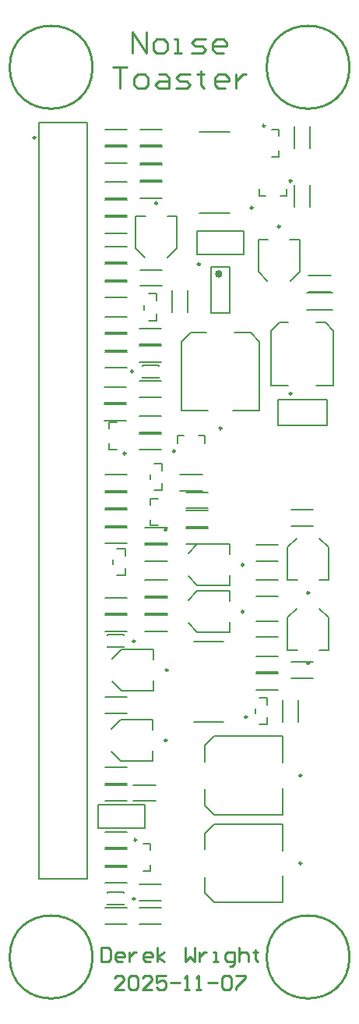
<source format=gto>
G04*
G04 #@! TF.GenerationSoftware,Altium Limited,Altium Designer,26.1.1 (7)*
G04*
G04 Layer_Color=65535*
%FSLAX44Y44*%
%MOMM*%
G71*
G04*
G04 #@! TF.SameCoordinates,EB2907C1-7D21-4337-B9BB-DC35DB918FC6*
G04*
G04*
G04 #@! TF.FilePolarity,Positive*
G04*
G01*
G75*
%ADD10C,0.2540*%
%ADD11C,0.2500*%
%ADD12C,0.4000*%
%ADD13C,0.2000*%
D10*
X375200Y952500D02*
G03*
X375200Y952500I-45000J0D01*
G01*
X95800D02*
G03*
X95800Y952500I-45000J0D01*
G01*
X375200Y-12700D02*
G03*
X375200Y-12700I-45000J0D01*
G01*
X95800D02*
G03*
X95800Y-12700I-45000J0D01*
G01*
X129560Y-48260D02*
X119403D01*
X129560Y-38103D01*
Y-35564D01*
X127021Y-33025D01*
X121942D01*
X119403Y-35564D01*
X134638D02*
X137177Y-33025D01*
X142256D01*
X144795Y-35564D01*
Y-45721D01*
X142256Y-48260D01*
X137177D01*
X134638Y-45721D01*
Y-35564D01*
X160030Y-48260D02*
X149873D01*
X160030Y-38103D01*
Y-35564D01*
X157491Y-33025D01*
X152412D01*
X149873Y-35564D01*
X175265Y-33025D02*
X165108D01*
Y-40642D01*
X170187Y-38103D01*
X172726D01*
X175265Y-40642D01*
Y-45721D01*
X172726Y-48260D01*
X167647D01*
X165108Y-45721D01*
X180343Y-40642D02*
X190500D01*
X195578Y-48260D02*
X200657D01*
X198118D01*
Y-33025D01*
X195578Y-35564D01*
X208274Y-48260D02*
X213353D01*
X210813D01*
Y-33025D01*
X208274Y-35564D01*
X220970Y-40642D02*
X231127D01*
X236205Y-35564D02*
X238744Y-33025D01*
X243823D01*
X246362Y-35564D01*
Y-45721D01*
X243823Y-48260D01*
X238744D01*
X236205Y-45721D01*
Y-35564D01*
X251440Y-33025D02*
X261597D01*
Y-35564D01*
X251440Y-45721D01*
Y-48260D01*
X118133Y952493D02*
X133369D01*
X125751D01*
Y929640D01*
X144795D02*
X152412D01*
X156221Y933449D01*
Y941066D01*
X152412Y944875D01*
X144795D01*
X140986Y941066D01*
Y933449D01*
X144795Y929640D01*
X167647Y944875D02*
X175265D01*
X179074Y941066D01*
Y929640D01*
X167647D01*
X163839Y933449D01*
X167647Y937258D01*
X179074D01*
X186691Y929640D02*
X198118D01*
X201926Y933449D01*
X198118Y937258D01*
X190500D01*
X186691Y941066D01*
X190500Y944875D01*
X201926D01*
X213353Y948684D02*
Y944875D01*
X209544D01*
X217161D01*
X213353D01*
Y933449D01*
X217161Y929640D01*
X240014D02*
X232397D01*
X228588Y933449D01*
Y941066D01*
X232397Y944875D01*
X240014D01*
X243823Y941066D01*
Y937258D01*
X228588D01*
X251440Y944875D02*
Y929640D01*
Y937258D01*
X255249Y941066D01*
X259058Y944875D01*
X262867D01*
X139082Y967740D02*
Y990593D01*
X154317Y967740D01*
Y990593D01*
X165743Y967740D02*
X173361D01*
X177169Y971549D01*
Y979166D01*
X173361Y982975D01*
X165743D01*
X161934Y979166D01*
Y971549D01*
X165743Y967740D01*
X184787D02*
X192404D01*
X188596D01*
Y982975D01*
X184787D01*
X203831Y967740D02*
X215257D01*
X219066Y971549D01*
X215257Y975358D01*
X207640D01*
X203831Y979166D01*
X207640Y982975D01*
X219066D01*
X238110Y967740D02*
X230492D01*
X226683Y971549D01*
Y979166D01*
X230492Y982975D01*
X238110D01*
X241918Y979166D01*
Y975358D01*
X226683D01*
X105437Y-2547D02*
Y-17782D01*
X113055D01*
X115594Y-15243D01*
Y-5086D01*
X113055Y-2547D01*
X105437D01*
X128290Y-17782D02*
X123212D01*
X120673Y-15243D01*
Y-10164D01*
X123212Y-7625D01*
X128290D01*
X130829Y-10164D01*
Y-12703D01*
X120673D01*
X135908Y-7625D02*
Y-17782D01*
Y-12703D01*
X138447Y-10164D01*
X140986Y-7625D01*
X143525D01*
X158760Y-17782D02*
X153682D01*
X151143Y-15243D01*
Y-10164D01*
X153682Y-7625D01*
X158760D01*
X161299Y-10164D01*
Y-12703D01*
X151143D01*
X166378Y-17782D02*
Y-2547D01*
Y-12703D02*
X173995Y-7625D01*
X166378Y-12703D02*
X173995Y-17782D01*
X196848Y-2547D02*
Y-17782D01*
X201926Y-12703D01*
X207005Y-17782D01*
Y-2547D01*
X212083Y-7625D02*
Y-17782D01*
Y-12703D01*
X214622Y-10164D01*
X217161Y-7625D01*
X219701D01*
X227318Y-17782D02*
X232397D01*
X229857D01*
Y-7625D01*
X227318D01*
X245092Y-22860D02*
X247631D01*
X250171Y-20321D01*
Y-7625D01*
X242553D01*
X240014Y-10164D01*
Y-15243D01*
X242553Y-17782D01*
X250171D01*
X255249Y-2547D02*
Y-17782D01*
Y-10164D01*
X257788Y-7625D01*
X262867D01*
X265406Y-10164D01*
Y-17782D01*
X273023Y-5086D02*
Y-7625D01*
X270484D01*
X275562D01*
X273023D01*
Y-15243D01*
X275562Y-17782D01*
D11*
X331450Y306150D02*
G03*
X331450Y306150I-1250J0D01*
G01*
X176650Y222250D02*
G03*
X176650Y222250I-1250J0D01*
G01*
X140000Y622550D02*
G03*
X140000Y622550I-1250J0D01*
G01*
X260250Y412750D02*
G03*
X260250Y412750I-1250J0D01*
G01*
X323100Y184150D02*
G03*
X323100Y184150I-1250J0D01*
G01*
X141900Y50550D02*
G03*
X141900Y50550I-1250J0D01*
G01*
X185450Y536100D02*
G03*
X185450Y536100I-1250J0D01*
G01*
X323100Y88900D02*
G03*
X323100Y88900I-1250J0D01*
G01*
X283350Y888950D02*
G03*
X283350Y888950I-1250J0D01*
G01*
X312350Y829150D02*
G03*
X312350Y829150I-1250J0D01*
G01*
X236200Y560800D02*
G03*
X236200Y560800I-1250J0D01*
G01*
X166350Y805100D02*
G03*
X166350Y805100I-1250J0D01*
G01*
X131900Y533450D02*
G03*
X131900Y533450I-1250J0D01*
G01*
X299700Y779700D02*
G03*
X299700Y779700I-1250J0D01*
G01*
X176350Y450900D02*
G03*
X176350Y450900I-1250J0D01*
G01*
X143650Y114250D02*
G03*
X143650Y114250I-1250J0D01*
G01*
X177700Y298450D02*
G03*
X177700Y298450I-1250J0D01*
G01*
X141900Y329950D02*
G03*
X141900Y329950I-1250J0D01*
G01*
X331450Y382350D02*
G03*
X331450Y382350I-1250J0D01*
G01*
X260250Y361950D02*
G03*
X260250Y361950I-1250J0D01*
G01*
X33750Y876100D02*
G03*
X33750Y876100I-1250J0D01*
G01*
X312400Y598350D02*
G03*
X312400Y598350I-1250J0D01*
G01*
X263750Y247650D02*
G03*
X263750Y247650I-1250J0D01*
G01*
X270100Y800100D02*
G03*
X270100Y800100I-1250J0D01*
G01*
X212700Y738750D02*
G03*
X212700Y738750I-1250J0D01*
G01*
D12*
X234950Y728200D02*
G03*
X234950Y728200I-2000J0D01*
G01*
D13*
X101600Y152400D02*
X152400D01*
X101600Y127000D02*
Y152400D01*
Y127000D02*
X152400D01*
Y152400D01*
X311790Y289889D02*
X335910D01*
X311790Y307011D02*
X335910D01*
X273690Y294311D02*
X297810D01*
X273690Y277189D02*
X297810D01*
X273690Y296239D02*
X297810D01*
X273690Y313361D02*
X297810D01*
X277171Y268600D02*
X285900D01*
Y239400D02*
Y247097D01*
Y260903D02*
Y268600D01*
X277171Y239400D02*
X285900D01*
X272900Y251403D02*
Y256597D01*
X341950Y320400D02*
X352700D01*
X307700D02*
X318450D01*
X307700D02*
Y355400D01*
X352700Y320400D02*
Y355400D01*
X307700D02*
X317700Y365400D01*
X342700D02*
X352700Y355400D01*
X147609Y827711D02*
X171730D01*
X147609Y810589D02*
X171730D01*
X161150Y234000D02*
Y244750D01*
Y199750D02*
Y210500D01*
X126150Y199750D02*
X161150D01*
X126150Y244750D02*
X161150D01*
X116150Y209750D02*
X126150Y199750D01*
X116150Y234750D02*
X126150Y244750D01*
X149750Y629300D02*
X167750D01*
Y615300D02*
Y616300D01*
Y628300D02*
Y629300D01*
X149750Y615300D02*
X167750D01*
X149750D02*
Y616300D01*
Y628300D02*
Y629300D01*
X199750Y425250D02*
X209750Y435250D01*
X199750Y400250D02*
X209750Y390250D01*
Y435250D02*
X244750D01*
X209750Y390250D02*
X244750D01*
Y401000D01*
Y424500D02*
Y435250D01*
X273690Y416889D02*
X297810D01*
X273690Y434011D02*
X297810D01*
X109509Y376861D02*
X133630D01*
X109509Y359739D02*
X133630D01*
X109509Y702639D02*
X133630D01*
X109509Y719761D02*
X133630D01*
X147609Y715339D02*
X171730D01*
X147609Y732461D02*
X171730D01*
X109509Y865811D02*
X133630D01*
X109509Y848689D02*
X133630D01*
X118300Y413353D02*
Y418547D01*
X122571Y401350D02*
X131300D01*
Y422853D02*
Y430550D01*
Y401350D02*
Y409047D01*
X122571Y430550D02*
X131300D01*
X147609Y829639D02*
X171730D01*
X147609Y846761D02*
X171730D01*
X156521Y706750D02*
X165250D01*
Y677550D02*
Y685247D01*
Y699053D02*
Y706750D01*
X156521Y677550D02*
X165250D01*
X152250Y689553D02*
Y694747D01*
X109509Y453061D02*
X133630D01*
X109509Y435939D02*
X133630D01*
X302850Y197900D02*
Y226650D01*
Y141650D02*
Y170400D01*
X227850Y226650D02*
X302850D01*
X227850Y141650D02*
X302850D01*
X217850Y151650D02*
Y169150D01*
Y199150D02*
Y216650D01*
X227850Y226650D01*
X217850Y151650D02*
X227850Y141650D01*
X129650Y43800D02*
Y44800D01*
Y56800D02*
Y57800D01*
X111650D02*
X129650D01*
X111650Y43800D02*
Y44800D01*
Y56800D02*
Y57800D01*
Y43800D02*
X129650D01*
X146690Y649911D02*
X170810D01*
X146690Y632789D02*
X170810D01*
X211200Y552600D02*
X217800D01*
Y544450D02*
Y552600D01*
X188600D02*
X195200D01*
X188600Y544450D02*
Y552600D01*
X146690Y668961D02*
X170810D01*
X146690Y651839D02*
X170810D01*
X109509Y645489D02*
X133630D01*
X109509Y662611D02*
X133630D01*
X109509Y626439D02*
X133630D01*
X109509Y643561D02*
X133630D01*
X302850Y102650D02*
Y131400D01*
Y46400D02*
Y75150D01*
X227850Y131400D02*
X302850D01*
X227850Y46400D02*
X302850D01*
X217850Y56400D02*
Y73900D01*
Y103900D02*
Y121400D01*
X227850Y131400D01*
X217850Y56400D02*
X227850Y46400D01*
X290450Y884550D02*
X298600D01*
Y877950D02*
Y884550D01*
X290450Y855350D02*
X298600D01*
Y861950D01*
X306700Y812650D02*
Y820800D01*
X300100Y812650D02*
X306700D01*
X277500D02*
Y820800D01*
Y812650D02*
X284100D01*
X109509Y791539D02*
X133630D01*
X109509Y808661D02*
X133630D01*
X191140Y510211D02*
X215260D01*
X191140Y493089D02*
X215260D01*
X315289Y864240D02*
Y888360D01*
X332411Y864240D02*
Y888360D01*
X109509Y664539D02*
X133630D01*
X109509Y681661D02*
X133630D01*
X192450Y654800D02*
X202450Y664800D01*
X267450D02*
X277450Y654800D01*
X249950Y664800D02*
X267450D01*
X202450D02*
X219950D01*
X192450Y579800D02*
Y654800D01*
X277450Y579800D02*
Y654800D01*
X192450Y579800D02*
X221200D01*
X248700D02*
X277450D01*
X109509Y867739D02*
X133630D01*
X109509Y884861D02*
X133630D01*
X311790Y454989D02*
X335910D01*
X311790Y472111D02*
X335910D01*
X142600Y790850D02*
X153350D01*
X176850D02*
X187600D01*
Y755850D02*
Y790850D01*
X142600Y755850D02*
Y790850D01*
X177600Y745850D02*
X187600Y755850D01*
X142600D02*
X152600Y745850D01*
X146690Y554661D02*
X170810D01*
X146690Y537539D02*
X170810D01*
X147609Y867739D02*
X171730D01*
X147609Y884861D02*
X171730D01*
X338850Y675350D02*
X348850D01*
X298850D02*
X308850D01*
X338850Y607350D02*
X357850D01*
X348850Y675350D02*
X357850Y666350D01*
X289850Y607350D02*
X308850D01*
X289850Y666350D02*
X298850Y675350D01*
X357850Y607350D02*
Y666350D01*
X289850Y607350D02*
Y666350D01*
X109509Y474039D02*
X133630D01*
X109509Y491161D02*
X133630D01*
X147609Y848689D02*
X171730D01*
X147609Y865811D02*
X171730D01*
X146690Y556589D02*
X170810D01*
X146690Y573711D02*
X170810D01*
X114150Y560450D02*
Y567050D01*
X122300D01*
X114150Y537850D02*
Y544450D01*
Y537850D02*
X122300D01*
X275950Y765450D02*
X286700D01*
X310200D02*
X320950D01*
Y730450D02*
Y765450D01*
X275950Y730450D02*
Y765450D01*
X310950Y720450D02*
X320950Y730450D01*
X275950D02*
X285950Y720450D01*
X328840Y707561D02*
X356960D01*
X328840Y689439D02*
X356960D01*
X332411Y800740D02*
Y824860D01*
X315289Y800740D02*
Y824860D01*
X197490Y454278D02*
X221610D01*
X197490Y471400D02*
X221610D01*
X108590Y605461D02*
X132710D01*
X108590Y588339D02*
X132710D01*
X146690Y594689D02*
X170810D01*
X146690Y611811D02*
X170810D01*
X108590Y569289D02*
X132710D01*
X108590Y586411D02*
X132710D01*
X109509Y510211D02*
X133630D01*
X109509Y493089D02*
X133630D01*
X158600Y505403D02*
Y510597D01*
X162871Y493400D02*
X171600D01*
Y514903D02*
Y522600D01*
Y493400D02*
Y501097D01*
X162871Y522600D02*
X171600D01*
X158600Y477900D02*
Y484500D01*
X166750D01*
X158600Y455300D02*
Y461900D01*
Y455300D02*
X166750D01*
X109509Y721689D02*
X133630D01*
X109509Y738811D02*
X133630D01*
X109509Y740739D02*
X133630D01*
X109509Y757861D02*
X133630D01*
X150750Y109850D02*
X158900D01*
Y103250D02*
Y109850D01*
X150750Y80650D02*
X158900D01*
Y87250D01*
X117200Y310950D02*
X127200Y320950D01*
X117200Y285950D02*
X127200Y275950D01*
Y320950D02*
X162200D01*
X127200Y275950D02*
X162200D01*
Y286700D01*
Y310200D02*
Y320950D01*
X129650Y323200D02*
Y324200D01*
Y336200D02*
Y337200D01*
X111650D02*
X129650D01*
X111650Y323200D02*
Y324200D01*
Y336200D02*
Y337200D01*
Y323200D02*
X129650D01*
X109509Y810589D02*
X133630D01*
X109509Y827711D02*
X133630D01*
X273690Y395911D02*
X297810D01*
X273690Y378789D02*
X297810D01*
X341950Y396600D02*
X352700D01*
X307700D02*
X318450D01*
X307700D02*
Y431600D01*
X352700Y396600D02*
Y431600D01*
X307700D02*
X317700Y441600D01*
X342700D02*
X352700Y431600D01*
X199750Y374450D02*
X209750Y384450D01*
X199750Y349450D02*
X209750Y339450D01*
Y384450D02*
X244750D01*
X209750Y339450D02*
X244750D01*
Y350200D01*
Y373700D02*
Y384450D01*
X273690Y334339D02*
X297810D01*
X273690Y351461D02*
X297810D01*
X37350Y892750D02*
X89650D01*
X37350Y72450D02*
Y892750D01*
Y72450D02*
X89650D01*
Y892750D01*
X260350Y749300D02*
Y774700D01*
X209550Y749300D02*
X260350D01*
X209550D02*
Y774700D01*
X260350D01*
X297150Y563850D02*
Y591850D01*
X350550Y563850D02*
Y591850D01*
X297150D02*
X350550D01*
X297150Y563850D02*
X350550D01*
X206000Y242000D02*
X238500D01*
X206000Y329500D02*
X238500D01*
X153040Y340689D02*
X177160D01*
X153040Y357811D02*
X177160D01*
X109509Y340689D02*
X133630D01*
X109509Y357811D02*
X133630D01*
X153040Y359739D02*
X177160D01*
X153040Y376861D02*
X177160D01*
X153040Y378789D02*
X177160D01*
X153040Y395911D02*
X177160D01*
X153040Y453061D02*
X177160D01*
X153040Y435939D02*
X177160D01*
X153040Y416889D02*
X177160D01*
X153040Y434011D02*
X177160D01*
X109509Y251789D02*
X133630D01*
X109509Y268911D02*
X133630D01*
X302589Y241940D02*
Y266060D01*
X319711Y241940D02*
Y266060D01*
X109509Y122861D02*
X133630D01*
X109509Y105739D02*
X133630D01*
X146690Y40311D02*
X170810D01*
X146690Y23189D02*
X170810D01*
X109509D02*
X133630D01*
X109509Y40311D02*
X133630D01*
X109509Y472111D02*
X133630D01*
X109509Y454989D02*
X133630D01*
X146690Y65711D02*
X170810D01*
X146690Y48589D02*
X170810D01*
X197490Y435229D02*
X221610D01*
X197490Y452350D02*
X221610D01*
X197490Y474039D02*
X221610D01*
X197490Y491161D02*
X221610D01*
X109509Y84761D02*
X133630D01*
X109509Y67639D02*
X133630D01*
X109509Y103811D02*
X133630D01*
X109509Y86689D02*
X133630D01*
X212350Y794450D02*
X244850D01*
X212350Y881950D02*
X244850D01*
X109509Y789611D02*
X133630D01*
X109509Y772489D02*
X133630D01*
X330840Y708989D02*
X354960D01*
X330840Y726111D02*
X354960D01*
X224950Y686200D02*
X244950D01*
X224950Y736200D02*
X244950D01*
Y686200D02*
Y736200D01*
X224950Y686200D02*
Y736200D01*
X109509Y173661D02*
X133630D01*
X109509Y156539D02*
X133630D01*
X140340D02*
X164460D01*
X140340Y173661D02*
X164460D01*
X181939Y686440D02*
Y710560D01*
X199061Y686440D02*
Y710560D01*
X109509Y192711D02*
X133630D01*
X109509Y175589D02*
X133630D01*
M02*

</source>
